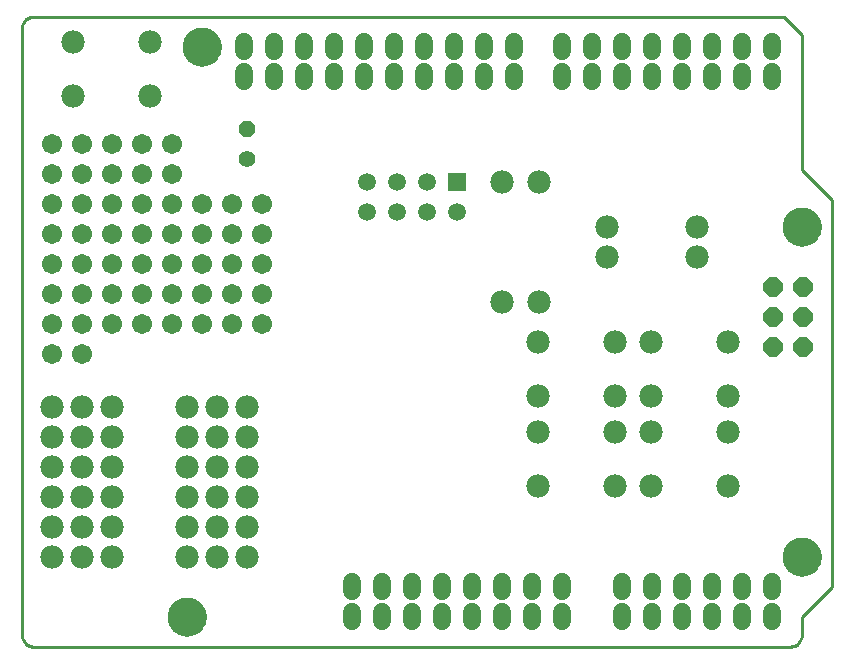
<source format=gts>
G75*
G70*
%OFA0B0*%
%FSLAX24Y24*%
%IPPOS*%
%LPD*%
%AMOC8*
5,1,8,0,0,1.08239X$1,22.5*
%
%ADD10C,0.0100*%
%ADD11C,0.0000*%
%ADD12C,0.1300*%
%ADD13OC8,0.0650*%
%ADD14C,0.0600*%
%ADD15R,0.0594X0.0594*%
%ADD16C,0.0594*%
%ADD17C,0.0780*%
%ADD18OC8,0.0560*%
%ADD19C,0.0560*%
%ADD20C,0.0674*%
D10*
X000584Y000580D02*
X025796Y000580D01*
X025835Y000582D01*
X025873Y000588D01*
X025910Y000597D01*
X025947Y000610D01*
X025982Y000627D01*
X026015Y000646D01*
X026046Y000669D01*
X026075Y000695D01*
X026101Y000724D01*
X026124Y000755D01*
X026143Y000788D01*
X026160Y000823D01*
X026173Y000860D01*
X026182Y000897D01*
X026188Y000935D01*
X026190Y000974D01*
X026190Y001580D01*
X027190Y002580D01*
X027190Y015480D01*
X026190Y016480D01*
X026190Y020980D01*
X025590Y021580D01*
X000584Y021580D01*
X000545Y021578D01*
X000507Y021572D01*
X000470Y021563D01*
X000433Y021550D01*
X000398Y021533D01*
X000365Y021514D01*
X000334Y021491D01*
X000305Y021465D01*
X000279Y021436D01*
X000256Y021405D01*
X000237Y021372D01*
X000220Y021337D01*
X000207Y021300D01*
X000198Y021263D01*
X000192Y021225D01*
X000190Y021186D01*
X000190Y000974D01*
X000192Y000935D01*
X000198Y000897D01*
X000207Y000860D01*
X000220Y000823D01*
X000237Y000788D01*
X000256Y000755D01*
X000279Y000724D01*
X000305Y000695D01*
X000334Y000669D01*
X000365Y000646D01*
X000398Y000627D01*
X000433Y000610D01*
X000470Y000597D01*
X000507Y000588D01*
X000545Y000582D01*
X000584Y000580D01*
D11*
X005060Y001580D02*
X005062Y001630D01*
X005068Y001680D01*
X005078Y001729D01*
X005092Y001777D01*
X005109Y001824D01*
X005130Y001869D01*
X005155Y001913D01*
X005183Y001954D01*
X005215Y001993D01*
X005249Y002030D01*
X005286Y002064D01*
X005326Y002094D01*
X005368Y002121D01*
X005412Y002145D01*
X005458Y002166D01*
X005505Y002182D01*
X005553Y002195D01*
X005603Y002204D01*
X005652Y002209D01*
X005703Y002210D01*
X005753Y002207D01*
X005802Y002200D01*
X005851Y002189D01*
X005899Y002174D01*
X005945Y002156D01*
X005990Y002134D01*
X006033Y002108D01*
X006074Y002079D01*
X006113Y002047D01*
X006149Y002012D01*
X006181Y001974D01*
X006211Y001934D01*
X006238Y001891D01*
X006261Y001847D01*
X006280Y001801D01*
X006296Y001753D01*
X006308Y001704D01*
X006316Y001655D01*
X006320Y001605D01*
X006320Y001555D01*
X006316Y001505D01*
X006308Y001456D01*
X006296Y001407D01*
X006280Y001359D01*
X006261Y001313D01*
X006238Y001269D01*
X006211Y001226D01*
X006181Y001186D01*
X006149Y001148D01*
X006113Y001113D01*
X006074Y001081D01*
X006033Y001052D01*
X005990Y001026D01*
X005945Y001004D01*
X005899Y000986D01*
X005851Y000971D01*
X005802Y000960D01*
X005753Y000953D01*
X005703Y000950D01*
X005652Y000951D01*
X005603Y000956D01*
X005553Y000965D01*
X005505Y000978D01*
X005458Y000994D01*
X005412Y001015D01*
X005368Y001039D01*
X005326Y001066D01*
X005286Y001096D01*
X005249Y001130D01*
X005215Y001167D01*
X005183Y001206D01*
X005155Y001247D01*
X005130Y001291D01*
X005109Y001336D01*
X005092Y001383D01*
X005078Y001431D01*
X005068Y001480D01*
X005062Y001530D01*
X005060Y001580D01*
X025560Y003580D02*
X025562Y003630D01*
X025568Y003680D01*
X025578Y003729D01*
X025592Y003777D01*
X025609Y003824D01*
X025630Y003869D01*
X025655Y003913D01*
X025683Y003954D01*
X025715Y003993D01*
X025749Y004030D01*
X025786Y004064D01*
X025826Y004094D01*
X025868Y004121D01*
X025912Y004145D01*
X025958Y004166D01*
X026005Y004182D01*
X026053Y004195D01*
X026103Y004204D01*
X026152Y004209D01*
X026203Y004210D01*
X026253Y004207D01*
X026302Y004200D01*
X026351Y004189D01*
X026399Y004174D01*
X026445Y004156D01*
X026490Y004134D01*
X026533Y004108D01*
X026574Y004079D01*
X026613Y004047D01*
X026649Y004012D01*
X026681Y003974D01*
X026711Y003934D01*
X026738Y003891D01*
X026761Y003847D01*
X026780Y003801D01*
X026796Y003753D01*
X026808Y003704D01*
X026816Y003655D01*
X026820Y003605D01*
X026820Y003555D01*
X026816Y003505D01*
X026808Y003456D01*
X026796Y003407D01*
X026780Y003359D01*
X026761Y003313D01*
X026738Y003269D01*
X026711Y003226D01*
X026681Y003186D01*
X026649Y003148D01*
X026613Y003113D01*
X026574Y003081D01*
X026533Y003052D01*
X026490Y003026D01*
X026445Y003004D01*
X026399Y002986D01*
X026351Y002971D01*
X026302Y002960D01*
X026253Y002953D01*
X026203Y002950D01*
X026152Y002951D01*
X026103Y002956D01*
X026053Y002965D01*
X026005Y002978D01*
X025958Y002994D01*
X025912Y003015D01*
X025868Y003039D01*
X025826Y003066D01*
X025786Y003096D01*
X025749Y003130D01*
X025715Y003167D01*
X025683Y003206D01*
X025655Y003247D01*
X025630Y003291D01*
X025609Y003336D01*
X025592Y003383D01*
X025578Y003431D01*
X025568Y003480D01*
X025562Y003530D01*
X025560Y003580D01*
X025560Y014580D02*
X025562Y014630D01*
X025568Y014680D01*
X025578Y014729D01*
X025592Y014777D01*
X025609Y014824D01*
X025630Y014869D01*
X025655Y014913D01*
X025683Y014954D01*
X025715Y014993D01*
X025749Y015030D01*
X025786Y015064D01*
X025826Y015094D01*
X025868Y015121D01*
X025912Y015145D01*
X025958Y015166D01*
X026005Y015182D01*
X026053Y015195D01*
X026103Y015204D01*
X026152Y015209D01*
X026203Y015210D01*
X026253Y015207D01*
X026302Y015200D01*
X026351Y015189D01*
X026399Y015174D01*
X026445Y015156D01*
X026490Y015134D01*
X026533Y015108D01*
X026574Y015079D01*
X026613Y015047D01*
X026649Y015012D01*
X026681Y014974D01*
X026711Y014934D01*
X026738Y014891D01*
X026761Y014847D01*
X026780Y014801D01*
X026796Y014753D01*
X026808Y014704D01*
X026816Y014655D01*
X026820Y014605D01*
X026820Y014555D01*
X026816Y014505D01*
X026808Y014456D01*
X026796Y014407D01*
X026780Y014359D01*
X026761Y014313D01*
X026738Y014269D01*
X026711Y014226D01*
X026681Y014186D01*
X026649Y014148D01*
X026613Y014113D01*
X026574Y014081D01*
X026533Y014052D01*
X026490Y014026D01*
X026445Y014004D01*
X026399Y013986D01*
X026351Y013971D01*
X026302Y013960D01*
X026253Y013953D01*
X026203Y013950D01*
X026152Y013951D01*
X026103Y013956D01*
X026053Y013965D01*
X026005Y013978D01*
X025958Y013994D01*
X025912Y014015D01*
X025868Y014039D01*
X025826Y014066D01*
X025786Y014096D01*
X025749Y014130D01*
X025715Y014167D01*
X025683Y014206D01*
X025655Y014247D01*
X025630Y014291D01*
X025609Y014336D01*
X025592Y014383D01*
X025578Y014431D01*
X025568Y014480D01*
X025562Y014530D01*
X025560Y014580D01*
X005560Y020580D02*
X005562Y020630D01*
X005568Y020680D01*
X005578Y020729D01*
X005592Y020777D01*
X005609Y020824D01*
X005630Y020869D01*
X005655Y020913D01*
X005683Y020954D01*
X005715Y020993D01*
X005749Y021030D01*
X005786Y021064D01*
X005826Y021094D01*
X005868Y021121D01*
X005912Y021145D01*
X005958Y021166D01*
X006005Y021182D01*
X006053Y021195D01*
X006103Y021204D01*
X006152Y021209D01*
X006203Y021210D01*
X006253Y021207D01*
X006302Y021200D01*
X006351Y021189D01*
X006399Y021174D01*
X006445Y021156D01*
X006490Y021134D01*
X006533Y021108D01*
X006574Y021079D01*
X006613Y021047D01*
X006649Y021012D01*
X006681Y020974D01*
X006711Y020934D01*
X006738Y020891D01*
X006761Y020847D01*
X006780Y020801D01*
X006796Y020753D01*
X006808Y020704D01*
X006816Y020655D01*
X006820Y020605D01*
X006820Y020555D01*
X006816Y020505D01*
X006808Y020456D01*
X006796Y020407D01*
X006780Y020359D01*
X006761Y020313D01*
X006738Y020269D01*
X006711Y020226D01*
X006681Y020186D01*
X006649Y020148D01*
X006613Y020113D01*
X006574Y020081D01*
X006533Y020052D01*
X006490Y020026D01*
X006445Y020004D01*
X006399Y019986D01*
X006351Y019971D01*
X006302Y019960D01*
X006253Y019953D01*
X006203Y019950D01*
X006152Y019951D01*
X006103Y019956D01*
X006053Y019965D01*
X006005Y019978D01*
X005958Y019994D01*
X005912Y020015D01*
X005868Y020039D01*
X005826Y020066D01*
X005786Y020096D01*
X005749Y020130D01*
X005715Y020167D01*
X005683Y020206D01*
X005655Y020247D01*
X005630Y020291D01*
X005609Y020336D01*
X005592Y020383D01*
X005578Y020431D01*
X005568Y020480D01*
X005562Y020530D01*
X005560Y020580D01*
D12*
X006190Y020580D03*
X026190Y014580D03*
X026190Y003580D03*
X005690Y001580D03*
D13*
X025240Y010580D03*
X026240Y010580D03*
X026240Y011580D03*
X025240Y011580D03*
X025240Y012580D03*
X026240Y012580D03*
D14*
X025190Y019440D02*
X025190Y019720D01*
X024190Y019720D02*
X024190Y019440D01*
X023190Y019440D02*
X023190Y019720D01*
X022190Y019720D02*
X022190Y019440D01*
X021190Y019440D02*
X021190Y019720D01*
X020190Y019720D02*
X020190Y019440D01*
X019190Y019440D02*
X019190Y019720D01*
X018190Y019720D02*
X018190Y019440D01*
X016590Y019440D02*
X016590Y019720D01*
X015590Y019720D02*
X015590Y019440D01*
X014590Y019440D02*
X014590Y019720D01*
X013590Y019720D02*
X013590Y019440D01*
X012590Y019440D02*
X012590Y019720D01*
X011590Y019720D02*
X011590Y019440D01*
X010590Y019440D02*
X010590Y019720D01*
X009590Y019720D02*
X009590Y019440D01*
X008590Y019440D02*
X008590Y019720D01*
X007590Y019720D02*
X007590Y019440D01*
X007590Y020440D02*
X007590Y020720D01*
X008590Y020720D02*
X008590Y020440D01*
X009590Y020440D02*
X009590Y020720D01*
X010590Y020720D02*
X010590Y020440D01*
X011590Y020440D02*
X011590Y020720D01*
X012590Y020720D02*
X012590Y020440D01*
X013590Y020440D02*
X013590Y020720D01*
X014590Y020720D02*
X014590Y020440D01*
X015590Y020440D02*
X015590Y020720D01*
X016590Y020720D02*
X016590Y020440D01*
X018190Y020440D02*
X018190Y020720D01*
X019190Y020720D02*
X019190Y020440D01*
X020190Y020440D02*
X020190Y020720D01*
X021190Y020720D02*
X021190Y020440D01*
X022190Y020440D02*
X022190Y020720D01*
X023190Y020720D02*
X023190Y020440D01*
X024190Y020440D02*
X024190Y020720D01*
X025190Y020720D02*
X025190Y020440D01*
X025190Y002720D02*
X025190Y002440D01*
X024190Y002440D02*
X024190Y002720D01*
X023190Y002720D02*
X023190Y002440D01*
X022190Y002440D02*
X022190Y002720D01*
X021190Y002720D02*
X021190Y002440D01*
X020190Y002440D02*
X020190Y002720D01*
X020190Y001720D02*
X020190Y001440D01*
X021190Y001440D02*
X021190Y001720D01*
X022190Y001720D02*
X022190Y001440D01*
X023190Y001440D02*
X023190Y001720D01*
X024190Y001720D02*
X024190Y001440D01*
X025190Y001440D02*
X025190Y001720D01*
X018190Y001720D02*
X018190Y001440D01*
X017190Y001440D02*
X017190Y001720D01*
X016190Y001720D02*
X016190Y001440D01*
X015190Y001440D02*
X015190Y001720D01*
X014190Y001720D02*
X014190Y001440D01*
X013190Y001440D02*
X013190Y001720D01*
X012190Y001720D02*
X012190Y001440D01*
X011190Y001440D02*
X011190Y001720D01*
X011190Y002440D02*
X011190Y002720D01*
X012190Y002720D02*
X012190Y002440D01*
X013190Y002440D02*
X013190Y002720D01*
X014190Y002720D02*
X014190Y002440D01*
X015190Y002440D02*
X015190Y002720D01*
X016190Y002720D02*
X016190Y002440D01*
X017190Y002440D02*
X017190Y002720D01*
X018190Y002720D02*
X018190Y002440D01*
D15*
X014680Y016080D03*
D16*
X013680Y016080D03*
X012680Y016080D03*
X011680Y016080D03*
X011680Y015080D03*
X012680Y015080D03*
X013680Y015080D03*
X014680Y015080D03*
D17*
X016190Y016080D03*
X017440Y016080D03*
X019690Y014580D03*
X019690Y013580D03*
X017440Y012080D03*
X016190Y012080D03*
X017410Y010720D03*
X019970Y010720D03*
X021160Y010720D03*
X023720Y010720D03*
X023720Y008940D03*
X023720Y007720D03*
X021160Y007720D03*
X019970Y007720D03*
X019970Y008940D03*
X021160Y008940D03*
X017410Y008940D03*
X017410Y007720D03*
X017410Y005940D03*
X019970Y005940D03*
X021160Y005940D03*
X023720Y005940D03*
X022690Y013580D03*
X022690Y014580D03*
X007690Y008580D03*
X006690Y008580D03*
X005690Y008580D03*
X005690Y007580D03*
X006690Y007580D03*
X007690Y007580D03*
X007690Y006580D03*
X006690Y006580D03*
X005690Y006580D03*
X005690Y005580D03*
X006690Y005580D03*
X007690Y005580D03*
X007690Y004580D03*
X006690Y004580D03*
X005690Y004580D03*
X005690Y003580D03*
X006690Y003580D03*
X007690Y003580D03*
X003190Y003580D03*
X002190Y003580D03*
X001190Y003580D03*
X001190Y004580D03*
X002190Y004580D03*
X003190Y004580D03*
X003190Y005580D03*
X002190Y005580D03*
X001190Y005580D03*
X001190Y006580D03*
X002190Y006580D03*
X003190Y006580D03*
X003190Y007580D03*
X002190Y007580D03*
X001190Y007580D03*
X001190Y008580D03*
X002190Y008580D03*
X003190Y008580D03*
X001910Y018940D03*
X004470Y018940D03*
X004470Y020720D03*
X001910Y020720D03*
D18*
X007690Y017830D03*
D19*
X007690Y016830D03*
D20*
X005190Y016330D03*
X004190Y016330D03*
X003190Y016330D03*
X002190Y016330D03*
X001190Y016330D03*
X001190Y017330D03*
X002190Y017330D03*
X003190Y017330D03*
X004190Y017330D03*
X005190Y017330D03*
X005190Y015330D03*
X006190Y015330D03*
X007190Y015330D03*
X008190Y015330D03*
X008190Y014330D03*
X007190Y014330D03*
X006190Y014330D03*
X005190Y014330D03*
X004190Y014330D03*
X003190Y014330D03*
X002190Y014330D03*
X001190Y014330D03*
X001190Y013330D03*
X002190Y013330D03*
X003190Y013330D03*
X004190Y013330D03*
X005190Y013330D03*
X006190Y013330D03*
X007190Y013330D03*
X008190Y013330D03*
X008190Y012330D03*
X007190Y012330D03*
X006190Y012330D03*
X005190Y012330D03*
X004190Y012330D03*
X003190Y012330D03*
X002190Y012330D03*
X001190Y012330D03*
X001190Y011330D03*
X002190Y011330D03*
X003190Y011330D03*
X004190Y011330D03*
X005190Y011330D03*
X006190Y011330D03*
X007190Y011330D03*
X008190Y011330D03*
X002190Y010330D03*
X001190Y010330D03*
X001190Y015330D03*
X002190Y015330D03*
X003190Y015330D03*
X004190Y015330D03*
M02*

</source>
